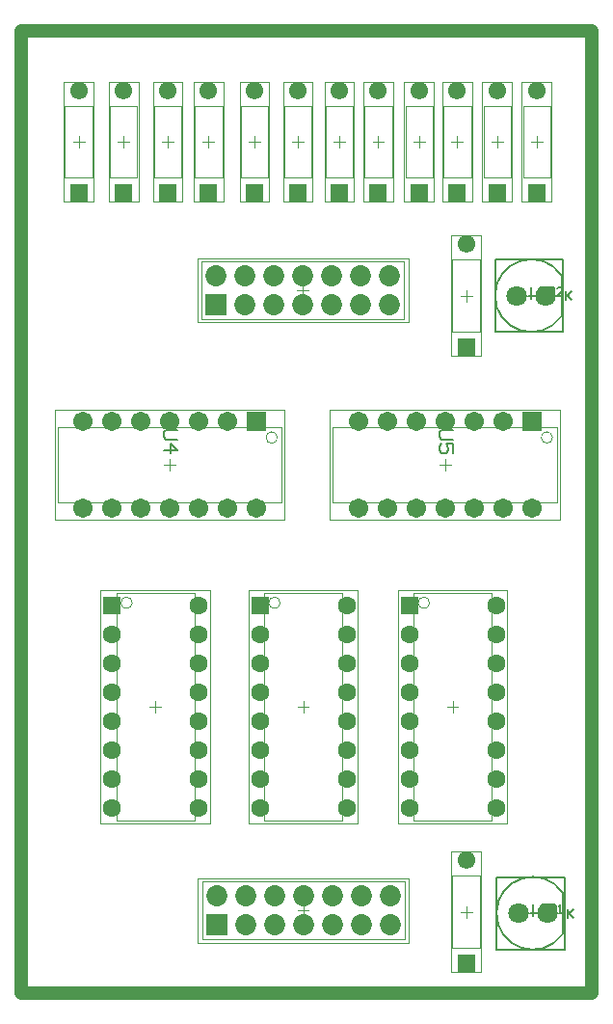
<source format=gts>
G04*
G04 #@! TF.GenerationSoftware,Altium Limited,Altium Designer,22.9.1 (49)*
G04*
G04 Layer_Color=8388736*
%FSLAX44Y44*%
%MOMM*%
G71*
G04*
G04 #@! TF.SameCoordinates,73C1D453-A157-4A54-B1A5-12706931D713*
G04*
G04*
G04 #@! TF.FilePolarity,Negative*
G04*
G01*
G75*
%ADD10C,0.2000*%
%ADD13C,0.1524*%
%ADD15C,1.2000*%
%ADD16C,0.1500*%
%ADD17C,0.1000*%
%ADD18C,0.0500*%
%ADD19C,1.8032*%
%ADD20R,1.5532X1.5532*%
%ADD21C,1.5532*%
%ADD22R,1.7032X1.7032*%
%ADD23C,1.7032*%
%ADD24R,1.6032X1.6032*%
%ADD25C,1.6032*%
%ADD26C,1.8532*%
%ADD27R,1.8532X1.8532*%
D10*
X688340Y501650D02*
X748030D01*
Y438150D02*
Y501650D01*
X688340Y438150D02*
X748030D01*
X688340D02*
Y501650D01*
X687070Y1043940D02*
X746760D01*
Y980440D02*
Y1043940D01*
X687070Y980440D02*
X746760D01*
X687070D02*
Y1043940D01*
X746760Y487680D02*
G03*
X746255Y451440I-26526J-17754D01*
G01*
X745490Y1029970D02*
G03*
X744985Y993730I-26526J-17754D01*
G01*
X746760Y452120D02*
Y487680D01*
X717550Y469900D02*
X722630D01*
X720090Y467360D02*
Y472440D01*
X745490Y994410D02*
Y1029970D01*
X716280Y1012190D02*
X721360D01*
X718820Y1009650D02*
Y1014730D01*
D13*
X720090Y477518D02*
Y469900D01*
X725168D01*
X732786Y477518D02*
X727708D01*
Y469900D01*
X732786D01*
X727708Y473709D02*
X730247D01*
X735325Y477518D02*
Y469900D01*
X739134D01*
X740403Y471170D01*
Y476248D01*
X739134Y477518D01*
X735325D01*
X742943Y469900D02*
X745482D01*
X744212D01*
Y477518D01*
X742943Y476248D01*
X750570Y473708D02*
Y466090D01*
Y468629D01*
X755648Y473708D01*
X751840Y469899D01*
X755648Y466090D01*
X718820Y1019808D02*
Y1012190D01*
X723898D01*
X731516Y1019808D02*
X726438D01*
Y1012190D01*
X731516D01*
X726438Y1015999D02*
X728977D01*
X734055Y1019808D02*
Y1012190D01*
X737864D01*
X739133Y1013460D01*
Y1018538D01*
X737864Y1019808D01*
X734055D01*
X746751Y1012190D02*
X741673D01*
X746751Y1017268D01*
Y1018538D01*
X745481Y1019808D01*
X742942D01*
X741673Y1018538D01*
X749300Y1015997D02*
Y1008380D01*
Y1010919D01*
X754378Y1015997D01*
X750570Y1012189D01*
X754378Y1008380D01*
D15*
X271056Y400050D02*
Y1244600D01*
Y400050D02*
X772160D01*
Y1244600D01*
X271056D02*
X772160D01*
D16*
X650026Y894080D02*
X640029D01*
X638030Y892081D01*
Y888082D01*
X640029Y886083D01*
X650026D01*
Y874087D02*
Y882084D01*
X644028D01*
X646027Y878085D01*
Y876086D01*
X644028Y874087D01*
X640029D01*
X638030Y876086D01*
Y880085D01*
X640029Y882084D01*
X408236Y894080D02*
X398239D01*
X396240Y892081D01*
Y888082D01*
X398239Y886083D01*
X408236D01*
X396240Y876086D02*
X408236D01*
X402238Y882084D01*
Y874087D01*
D17*
X737610Y887600D02*
G03*
X737610Y887600I-5000J0D01*
G01*
X495820D02*
G03*
X495820Y887600I-5000J0D01*
G01*
X629544Y742510D02*
G03*
X629544Y742510I-5000J0D01*
G01*
X498279D02*
G03*
X498279Y742510I-5000J0D01*
G01*
X368370D02*
G03*
X368370Y742510I-5000J0D01*
G01*
X649670Y439670D02*
X673670D01*
X649670D02*
Y502670D01*
X673670Y439670D02*
Y502670D01*
X649670D02*
X673670D01*
X649670Y980690D02*
X673670D01*
X649670D02*
Y1043690D01*
X673670Y980690D02*
Y1043690D01*
X649670D02*
X673670D01*
X544609Y896600D02*
X741610D01*
X544609Y830600D02*
X741610D01*
Y896600D01*
X544609Y830600D02*
Y896600D01*
X302820D02*
X499820D01*
X302820Y830600D02*
X499820D01*
Y896600D01*
X302820Y830600D02*
Y896600D01*
X615544Y551510D02*
Y751510D01*
X684044Y551510D02*
Y751510D01*
X615544D02*
X684044D01*
X615544Y551510D02*
X684044D01*
X484279D02*
Y751510D01*
X552779Y551510D02*
Y751510D01*
X484279D02*
X552779D01*
X484279Y551510D02*
X552779D01*
X354370D02*
Y751510D01*
X422870Y551510D02*
Y751510D01*
X354370D02*
X422870D01*
X354370Y551510D02*
X422870D01*
X711561Y1178860D02*
X735561D01*
Y1115860D02*
Y1178860D01*
X711561Y1115860D02*
Y1178860D01*
Y1115860D02*
X735561D01*
X309370Y1178860D02*
X333370D01*
Y1115860D02*
Y1178860D01*
X309370Y1115860D02*
Y1178860D01*
Y1115860D02*
X333370D01*
X676880Y1178860D02*
X700880D01*
Y1115860D02*
Y1178860D01*
X676880Y1115860D02*
Y1178860D01*
Y1115860D02*
X700880D01*
X348829Y1178860D02*
X372829D01*
Y1115860D02*
Y1178860D01*
X348829Y1115860D02*
Y1178860D01*
Y1115860D02*
X372829D01*
X641866Y1178860D02*
X665866D01*
Y1115860D02*
Y1178860D01*
X641866Y1115860D02*
Y1178860D01*
Y1115860D02*
X665866D01*
X387619Y1178860D02*
X411619D01*
Y1115860D02*
Y1178860D01*
X387619Y1115860D02*
Y1178860D01*
Y1115860D02*
X411619D01*
X608343Y1178860D02*
X632343D01*
Y1115860D02*
Y1178860D01*
X608343Y1115860D02*
Y1178860D01*
Y1115860D02*
X632343D01*
X423379Y1178860D02*
X447379D01*
Y1115860D02*
Y1178860D01*
X423379Y1115860D02*
Y1178860D01*
Y1115860D02*
X447379D01*
X572486Y1178860D02*
X596486D01*
Y1115860D02*
Y1178860D01*
X572486Y1115860D02*
Y1178860D01*
Y1115860D02*
X596486D01*
X463688Y1178860D02*
X487688D01*
Y1115860D02*
Y1178860D01*
X463688Y1115860D02*
Y1178860D01*
Y1115860D02*
X487688D01*
X538231Y1178860D02*
X562231D01*
Y1115860D02*
Y1178860D01*
X538231Y1115860D02*
Y1178860D01*
Y1115860D02*
X562231D01*
X501739Y1178860D02*
X525739D01*
Y1115860D02*
Y1178860D01*
X501739Y1115860D02*
Y1178860D01*
Y1115860D02*
X525739D01*
X429629Y497699D02*
X607429D01*
Y446899D02*
Y497699D01*
X429629Y446899D02*
X607429D01*
X429629D02*
Y497699D01*
X429486Y1042371D02*
X607286D01*
Y991571D02*
Y1042371D01*
X429486Y991571D02*
X607286D01*
X429486D02*
Y1042371D01*
X656670Y471170D02*
X666670D01*
X661670Y466170D02*
Y476170D01*
X656670Y1012190D02*
X666670D01*
X661670Y1007190D02*
Y1017190D01*
X643110Y858600D02*
Y868600D01*
X638110Y863600D02*
X648109D01*
X401320Y858600D02*
Y868600D01*
X396320Y863600D02*
X406320D01*
X644794Y651510D02*
X654794D01*
X649794Y646510D02*
Y656510D01*
X513529Y651510D02*
X523529D01*
X518529Y646510D02*
Y656510D01*
X383620Y651510D02*
X393620D01*
X388620Y646510D02*
Y656510D01*
X723561Y1142360D02*
Y1152360D01*
X718561Y1147360D02*
X728561D01*
X321371Y1142360D02*
Y1152360D01*
X316371Y1147360D02*
X326371D01*
X688880Y1142360D02*
Y1152360D01*
X683880Y1147360D02*
X693880D01*
X360829Y1142360D02*
Y1152360D01*
X355830Y1147360D02*
X365830D01*
X653866Y1142360D02*
Y1152360D01*
X648866Y1147360D02*
X658866D01*
X399619Y1142360D02*
Y1152360D01*
X394619Y1147360D02*
X404619D01*
X620343Y1142360D02*
Y1152360D01*
X615343Y1147360D02*
X625343D01*
X435379Y1142360D02*
Y1152360D01*
X430379Y1147360D02*
X440379D01*
X584486Y1142360D02*
Y1152360D01*
X579486Y1147360D02*
X589486D01*
X475688Y1142360D02*
Y1152360D01*
X470688Y1147360D02*
X480688D01*
X550231Y1142360D02*
Y1152360D01*
X545231Y1147360D02*
X555231D01*
X513739Y1142360D02*
Y1152360D01*
X508739Y1147360D02*
X518739D01*
D18*
X648670Y523920D02*
X674670D01*
X648670Y418420D02*
Y523920D01*
X674670Y418420D02*
Y523920D01*
X648670Y418420D02*
X674670D01*
X648670Y1064940D02*
X674670D01*
X648670Y959440D02*
Y1064940D01*
X674670Y959440D02*
Y1064940D01*
X648670Y959440D02*
X674670D01*
X542110Y912100D02*
X744110D01*
X542110Y815100D02*
X744110D01*
Y912100D01*
X542110Y815100D02*
Y912100D01*
X300320D02*
X502320D01*
X300320Y815100D02*
X502320D01*
Y912100D01*
X300320Y815100D02*
Y912100D01*
X601794Y549010D02*
Y754010D01*
X697794Y549010D02*
Y754010D01*
X601794D02*
X697794D01*
X601794Y549010D02*
X697794D01*
X470529D02*
Y754010D01*
X566529Y549010D02*
Y754010D01*
X470529D02*
X566529D01*
X470529Y549010D02*
X566529D01*
X340620D02*
Y754010D01*
X436620Y549010D02*
Y754010D01*
X340620D02*
X436620D01*
X340620Y549010D02*
X436620D01*
X710560Y1094610D02*
X736561D01*
Y1200110D01*
X710560Y1094610D02*
Y1200110D01*
X736561D01*
X308370Y1094610D02*
X334371D01*
Y1200110D01*
X308370Y1094610D02*
Y1200110D01*
X334371D01*
X675880Y1094610D02*
X701880D01*
Y1200110D01*
X675880Y1094610D02*
Y1200110D01*
X701880D01*
X347829Y1094610D02*
X373830D01*
Y1200110D01*
X347829Y1094610D02*
Y1200110D01*
X373830D01*
X640866Y1094610D02*
X666866D01*
Y1200110D01*
X640866Y1094610D02*
Y1200110D01*
X666866D01*
X386619Y1094610D02*
X412619D01*
Y1200110D01*
X386619Y1094610D02*
Y1200110D01*
X412619D01*
X607343Y1094610D02*
X633343D01*
Y1200110D01*
X607343Y1094610D02*
Y1200110D01*
X633343D01*
X422379Y1094610D02*
X448379D01*
Y1200110D01*
X422379Y1094610D02*
Y1200110D01*
X448379D01*
X571486Y1094610D02*
X597486D01*
Y1200110D01*
X571486Y1094610D02*
Y1200110D01*
X597486D01*
X462688Y1094610D02*
X488688D01*
Y1200110D01*
X462688Y1094610D02*
Y1200110D01*
X488688D01*
X537231Y1094610D02*
X563231D01*
Y1200110D01*
X537231Y1094610D02*
Y1200110D01*
X563231D01*
X500739Y1094610D02*
X526739D01*
Y1200110D01*
X500739Y1094610D02*
Y1200110D01*
X526739D01*
X426129Y444149D02*
Y500449D01*
Y444149D02*
X610929D01*
Y500449D01*
X426129D02*
X610929D01*
X518529Y467299D02*
Y477299D01*
X513529Y472299D02*
X523529D01*
X425985Y988821D02*
Y1045121D01*
Y988821D02*
X610786D01*
Y1045121D01*
X425985D02*
X610786D01*
X518386Y1011971D02*
Y1021971D01*
X513386Y1016971D02*
X523386D01*
D19*
X732790Y469900D02*
D03*
X707390D02*
D03*
X731520Y1012190D02*
D03*
X706120D02*
D03*
D20*
X661670Y426170D02*
D03*
Y967190D02*
D03*
X723561Y1102360D02*
D03*
X321371D02*
D03*
X688880D02*
D03*
X360829D02*
D03*
X653866D02*
D03*
X399619D02*
D03*
X620343D02*
D03*
X435379D02*
D03*
X584486D02*
D03*
X475688D02*
D03*
X550231D02*
D03*
X513739D02*
D03*
D21*
X661670Y516170D02*
D03*
Y1057190D02*
D03*
X723561Y1192360D02*
D03*
X321371D02*
D03*
X688880D02*
D03*
X360829D02*
D03*
X653866D02*
D03*
X399619D02*
D03*
X620343D02*
D03*
X435379D02*
D03*
X584486D02*
D03*
X475688D02*
D03*
X550231D02*
D03*
X513739D02*
D03*
D22*
X719310Y901700D02*
D03*
X477520D02*
D03*
D23*
X693910D02*
D03*
X668510D02*
D03*
X643110D02*
D03*
X617710D02*
D03*
X592310D02*
D03*
X566910D02*
D03*
X719310Y825500D02*
D03*
X693910D02*
D03*
X668510D02*
D03*
X643110D02*
D03*
X617710D02*
D03*
X592310D02*
D03*
X566910D02*
D03*
X452120Y901700D02*
D03*
X426720D02*
D03*
X401320D02*
D03*
X375920D02*
D03*
X350520D02*
D03*
X325120D02*
D03*
X477520Y825500D02*
D03*
X452120D02*
D03*
X426720D02*
D03*
X401320D02*
D03*
X375920D02*
D03*
X350520D02*
D03*
X325120D02*
D03*
D24*
X611694Y740410D02*
D03*
X480429D02*
D03*
X350520D02*
D03*
D25*
X611694Y715010D02*
D03*
Y689610D02*
D03*
Y664210D02*
D03*
Y638810D02*
D03*
Y613410D02*
D03*
Y588010D02*
D03*
Y562610D02*
D03*
X687894Y740410D02*
D03*
Y715010D02*
D03*
Y689610D02*
D03*
Y664210D02*
D03*
Y638810D02*
D03*
Y613410D02*
D03*
Y588010D02*
D03*
Y562610D02*
D03*
X480429Y715010D02*
D03*
Y689610D02*
D03*
Y664210D02*
D03*
Y638810D02*
D03*
Y613410D02*
D03*
Y588010D02*
D03*
Y562610D02*
D03*
X556629Y740410D02*
D03*
Y715010D02*
D03*
Y689610D02*
D03*
Y664210D02*
D03*
Y638810D02*
D03*
Y613410D02*
D03*
Y588010D02*
D03*
Y562610D02*
D03*
X350520Y715010D02*
D03*
Y689610D02*
D03*
Y664210D02*
D03*
Y638810D02*
D03*
Y613410D02*
D03*
Y588010D02*
D03*
Y562610D02*
D03*
X426720Y740410D02*
D03*
Y715010D02*
D03*
Y689610D02*
D03*
Y664210D02*
D03*
Y638810D02*
D03*
Y613410D02*
D03*
Y588010D02*
D03*
Y562610D02*
D03*
D26*
X518529Y484999D02*
D03*
Y459599D02*
D03*
X493129Y484999D02*
D03*
Y459599D02*
D03*
X442329Y484999D02*
D03*
X467729Y459599D02*
D03*
Y484999D02*
D03*
X543929Y459599D02*
D03*
Y484999D02*
D03*
X569329Y459599D02*
D03*
X594729D02*
D03*
X569329Y484999D02*
D03*
X594729D02*
D03*
X518386Y1029671D02*
D03*
Y1004271D02*
D03*
X492986Y1029671D02*
D03*
Y1004271D02*
D03*
X442186Y1029671D02*
D03*
X467586Y1004271D02*
D03*
Y1029671D02*
D03*
X543786Y1004271D02*
D03*
Y1029671D02*
D03*
X569186Y1004271D02*
D03*
X594586D02*
D03*
X569186Y1029671D02*
D03*
X594586D02*
D03*
D27*
X442329Y459599D02*
D03*
X442186Y1004271D02*
D03*
M02*

</source>
